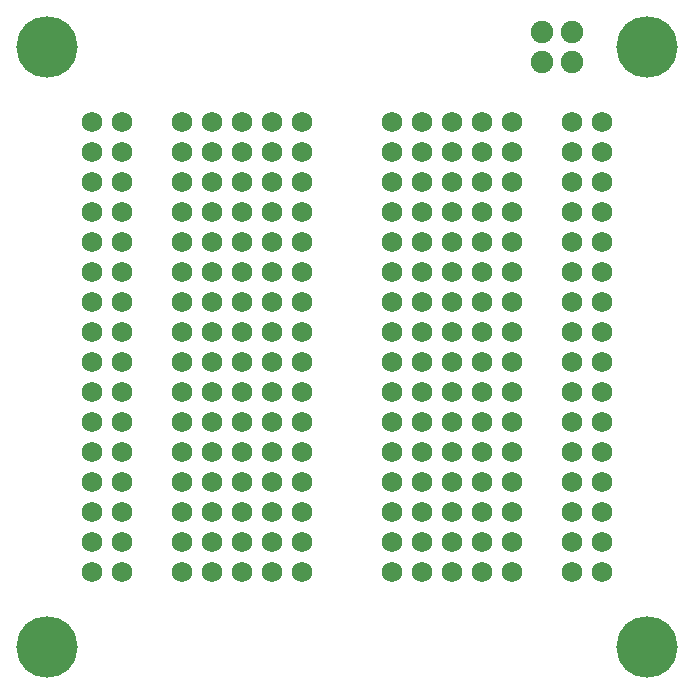
<source format=gbs>
G04 Layer: BottomSolderMaskLayer*
G04 EasyEDA v6.5.29, 2023-07-20 18:43:14*
G04 584fbfd00d72432697d27f506c2f3648,5a6b42c53f6a479593ecc07194224c93,10*
G04 Gerber Generator version 0.2*
G04 Scale: 100 percent, Rotated: No, Reflected: No *
G04 Dimensions in millimeters *
G04 leading zeros omitted , absolute positions ,4 integer and 5 decimal *
%FSLAX45Y45*%
%MOMM*%

%ADD10C,5.2032*%
%ADD11C,1.9016*%
%ADD12C,1.7272*%

%LPD*%
D10*
G01*
X381000Y5461000D03*
G01*
X5461000Y5461000D03*
G01*
X5461000Y381000D03*
G01*
X381000Y381000D03*
D11*
G01*
X4572000Y5588000D03*
G01*
X4572000Y5334000D03*
G01*
X4826000Y5334000D03*
G01*
X4826000Y5588000D03*
D12*
G01*
X762076Y4572000D03*
G01*
X1016076Y4572000D03*
G01*
X762076Y4318000D03*
G01*
X1016076Y4318000D03*
G01*
X762076Y4064000D03*
G01*
X1016076Y4064000D03*
G01*
X762127Y4826000D03*
G01*
X1016076Y4826000D03*
G01*
X1016000Y3810000D03*
G01*
X762076Y3810000D03*
G01*
X1016000Y3048000D03*
G01*
X762000Y3048000D03*
G01*
X1016000Y3302000D03*
G01*
X762000Y3302000D03*
G01*
X1016000Y3556000D03*
G01*
X762000Y3556000D03*
G01*
X1016000Y2794000D03*
G01*
X762076Y2794000D03*
G01*
X1016000Y2032000D03*
G01*
X762000Y2032000D03*
G01*
X1016000Y2286000D03*
G01*
X762000Y2286000D03*
G01*
X1016000Y2540000D03*
G01*
X762000Y2540000D03*
G01*
X1016000Y1778000D03*
G01*
X762076Y1778000D03*
G01*
X1016000Y1016000D03*
G01*
X762000Y1016000D03*
G01*
X1016000Y1270000D03*
G01*
X762000Y1270000D03*
G01*
X1016000Y1524000D03*
G01*
X762000Y1524000D03*
G01*
X1777923Y4826000D03*
G01*
X1524000Y4826000D03*
G01*
X1777923Y4064000D03*
G01*
X1523923Y4064000D03*
G01*
X1777923Y4318000D03*
G01*
X1523923Y4318000D03*
G01*
X1777923Y4572000D03*
G01*
X1523923Y4572000D03*
G01*
X2286000Y4826000D03*
G01*
X2032076Y4826000D03*
G01*
X2286000Y4064000D03*
G01*
X2032000Y4064000D03*
G01*
X2286000Y4318000D03*
G01*
X2032000Y4318000D03*
G01*
X2286000Y4572000D03*
G01*
X2032000Y4572000D03*
G01*
X2540000Y4826000D03*
G01*
X2539923Y4064000D03*
G01*
X2539923Y4318000D03*
G01*
X2539923Y4572000D03*
G01*
X4317923Y4572000D03*
G01*
X4317923Y4318000D03*
G01*
X4317923Y4064000D03*
G01*
X4318000Y4826000D03*
G01*
X3810000Y4572000D03*
G01*
X4064000Y4572000D03*
G01*
X3810000Y4318000D03*
G01*
X4064000Y4318000D03*
G01*
X3810000Y4064000D03*
G01*
X4064000Y4064000D03*
G01*
X3810050Y4826000D03*
G01*
X4064000Y4826000D03*
G01*
X3301923Y4572000D03*
G01*
X3555923Y4572000D03*
G01*
X3301923Y4318000D03*
G01*
X3555923Y4318000D03*
G01*
X3301923Y4064000D03*
G01*
X3555923Y4064000D03*
G01*
X3302000Y4826000D03*
G01*
X3555923Y4826000D03*
G01*
X4825923Y1524000D03*
G01*
X5079923Y1524000D03*
G01*
X4825923Y1270000D03*
G01*
X5079923Y1270000D03*
G01*
X4825923Y1016000D03*
G01*
X5079923Y1016000D03*
G01*
X4826000Y1778000D03*
G01*
X5079923Y1778000D03*
G01*
X4825923Y2540000D03*
G01*
X5079923Y2540000D03*
G01*
X4825923Y2286000D03*
G01*
X5079923Y2286000D03*
G01*
X4825923Y2032000D03*
G01*
X5079923Y2032000D03*
G01*
X4826000Y2794000D03*
G01*
X5079923Y2794000D03*
G01*
X4825923Y3556000D03*
G01*
X5079923Y3556000D03*
G01*
X4825923Y3302000D03*
G01*
X5079923Y3302000D03*
G01*
X4825923Y3048000D03*
G01*
X5079923Y3048000D03*
G01*
X4826000Y3810000D03*
G01*
X5079923Y3810000D03*
G01*
X5080000Y4826000D03*
G01*
X4826050Y4826000D03*
G01*
X5080000Y4064000D03*
G01*
X4826000Y4064000D03*
G01*
X5080000Y4318000D03*
G01*
X4826000Y4318000D03*
G01*
X5080000Y4572000D03*
G01*
X4826000Y4572000D03*
G01*
X3555923Y3810000D03*
G01*
X3302000Y3810000D03*
G01*
X3555923Y3048000D03*
G01*
X3301923Y3048000D03*
G01*
X3555923Y3302000D03*
G01*
X3301923Y3302000D03*
G01*
X3555923Y3556000D03*
G01*
X3301923Y3556000D03*
G01*
X4064000Y3810000D03*
G01*
X3810050Y3810000D03*
G01*
X4064000Y3048000D03*
G01*
X3810000Y3048000D03*
G01*
X4064000Y3302000D03*
G01*
X3810000Y3302000D03*
G01*
X4064000Y3556000D03*
G01*
X3810000Y3556000D03*
G01*
X4318000Y3810000D03*
G01*
X4317923Y3048000D03*
G01*
X4317923Y3302000D03*
G01*
X4317923Y3556000D03*
G01*
X2539923Y3556000D03*
G01*
X2539923Y3302000D03*
G01*
X2539923Y3048000D03*
G01*
X2540000Y3810000D03*
G01*
X2032000Y3556000D03*
G01*
X2286000Y3556000D03*
G01*
X2032000Y3302000D03*
G01*
X2286000Y3302000D03*
G01*
X2032000Y3048000D03*
G01*
X2286000Y3048000D03*
G01*
X2032076Y3810000D03*
G01*
X2286000Y3810000D03*
G01*
X1523923Y3556000D03*
G01*
X1777923Y3556000D03*
G01*
X1523923Y3302000D03*
G01*
X1777923Y3302000D03*
G01*
X1523923Y3048000D03*
G01*
X1777923Y3048000D03*
G01*
X1524000Y3810000D03*
G01*
X1777923Y3810000D03*
G01*
X3555923Y2794000D03*
G01*
X3302000Y2794000D03*
G01*
X3555923Y2032000D03*
G01*
X3301923Y2032000D03*
G01*
X3555923Y2286000D03*
G01*
X3301923Y2286000D03*
G01*
X3555923Y2540000D03*
G01*
X3301923Y2540000D03*
G01*
X4064000Y2794000D03*
G01*
X3810050Y2794000D03*
G01*
X4064000Y2032000D03*
G01*
X3810000Y2032000D03*
G01*
X4064000Y2286000D03*
G01*
X3810000Y2286000D03*
G01*
X4064000Y2540000D03*
G01*
X3810000Y2540000D03*
G01*
X4318000Y2794000D03*
G01*
X4317923Y2032000D03*
G01*
X4317923Y2286000D03*
G01*
X4317923Y2540000D03*
G01*
X2539923Y2540000D03*
G01*
X2539923Y2286000D03*
G01*
X2539923Y2032000D03*
G01*
X2540000Y2794000D03*
G01*
X2032000Y2540000D03*
G01*
X2286000Y2540000D03*
G01*
X2032000Y2286000D03*
G01*
X2286000Y2286000D03*
G01*
X2032000Y2032000D03*
G01*
X2286000Y2032000D03*
G01*
X2032076Y2794000D03*
G01*
X2286000Y2794000D03*
G01*
X1523923Y2540000D03*
G01*
X1777923Y2540000D03*
G01*
X1523923Y2286000D03*
G01*
X1777923Y2286000D03*
G01*
X1523923Y2032000D03*
G01*
X1777923Y2032000D03*
G01*
X1524000Y2794000D03*
G01*
X1777923Y2794000D03*
G01*
X3555923Y1778000D03*
G01*
X3302000Y1778000D03*
G01*
X3555923Y1016000D03*
G01*
X3301923Y1016000D03*
G01*
X3555923Y1270000D03*
G01*
X3301923Y1270000D03*
G01*
X3555923Y1524000D03*
G01*
X3301923Y1524000D03*
G01*
X4064000Y1778000D03*
G01*
X3810050Y1778000D03*
G01*
X4064000Y1016000D03*
G01*
X3810000Y1016000D03*
G01*
X4064000Y1270000D03*
G01*
X3810000Y1270000D03*
G01*
X4064000Y1524000D03*
G01*
X3810000Y1524000D03*
G01*
X4318000Y1778000D03*
G01*
X4317923Y1016000D03*
G01*
X4317923Y1270000D03*
G01*
X4317923Y1524000D03*
G01*
X2539923Y1524000D03*
G01*
X2539923Y1270000D03*
G01*
X2539923Y1016000D03*
G01*
X2540000Y1778000D03*
G01*
X2032000Y1524000D03*
G01*
X2286000Y1524000D03*
G01*
X2032000Y1270000D03*
G01*
X2286000Y1270000D03*
G01*
X2032000Y1016000D03*
G01*
X2286000Y1016000D03*
G01*
X2032076Y1778000D03*
G01*
X2286000Y1778000D03*
G01*
X1523923Y1524000D03*
G01*
X1777923Y1524000D03*
G01*
X1523923Y1270000D03*
G01*
X1777923Y1270000D03*
G01*
X1523923Y1016000D03*
G01*
X1777923Y1016000D03*
G01*
X1524000Y1778000D03*
G01*
X1777923Y1778000D03*
M02*

</source>
